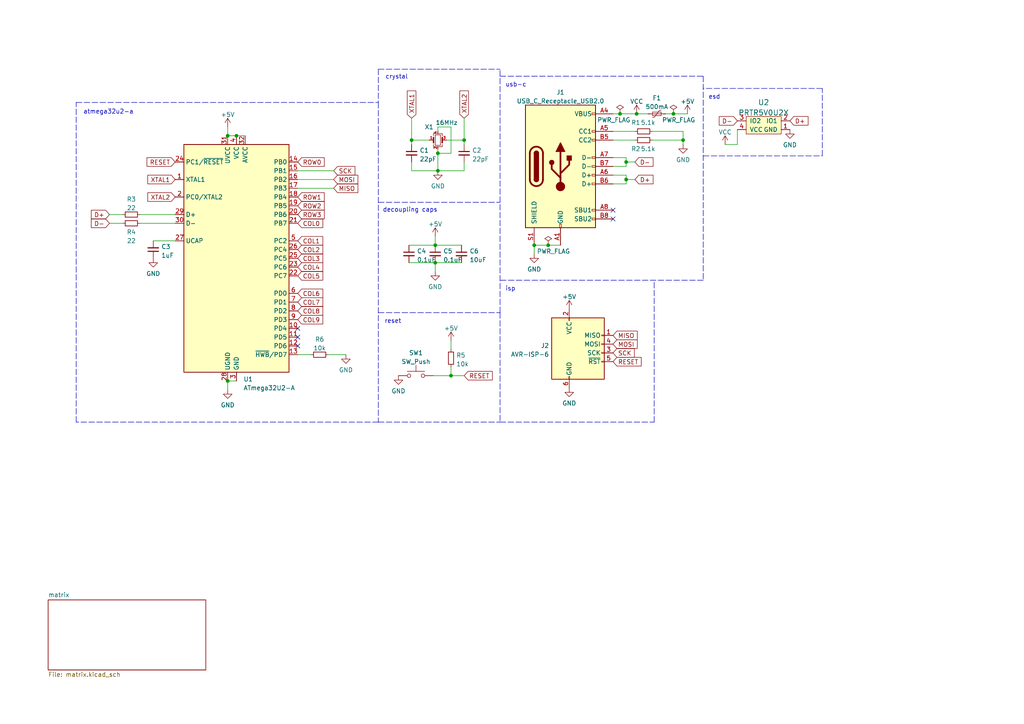
<source format=kicad_sch>
(kicad_sch (version 20211123) (generator eeschema)
  (paper "A4")
  (lib_symbols
    (symbol "Connector:AVR-ISP-6" (pin_names (offset 1.016))
      (property "Reference" "J" (at -6.35 11.43 0))
      (property "Value" "AVR-ISP-6" (at 0 11.43 0))
      (symbol "AVR-ISP-6_0_1"
        (rectangle (start -2.667 -6.858) (end -2.413 -7.62))
        (rectangle (start -2.667 10.16) (end -2.413 9.398))
        (rectangle (start 7.62 -2.413) (end 6.858 -2.667))
        (rectangle (start 7.62 0.127) (end 6.858 -0.127))
        (rectangle (start 7.62 2.667) (end 6.858 2.413))
        (rectangle (start 7.62 5.207) (end 6.858 4.953))
        (rectangle (start 7.62 10.16) (end -7.62 -7.62) (stroke (width 0.254)) (fill (type background)))
      )
      (symbol "AVR-ISP-6_1_1"
        (pin passive line (at 10.16 5.08 180) (length 2.54) (name "MISO") (number "1"))
        (pin passive line (at -2.54 12.7 270) (length 2.54) (name "VCC") (number "2"))
        (pin passive line (at 10.16 0 180) (length 2.54) (name "SCK") (number "3"))
        (pin passive line (at 10.16 2.54 180) (length 2.54) (name "MOSI") (number "4"))
        (pin passive line (at 10.16 -2.54 180) (length 2.54) (name "~{RST}") (number "5"))
        (pin passive line (at -2.54 -10.16 90) (length 2.54) (name "GND") (number "6"))
      )
    )
    (symbol "Connector:USB_C_Receptacle_USB2.0" (pin_names (offset 1.016))
      (property "Reference" "J" (at -10.16 19.05 0))
      (property "Value" "USB_C_Receptacle_USB2.0" (at 19.05 19.05 0))
      (symbol "USB_C_Receptacle_USB2.0_0_0"
        (rectangle (start -0.254 -17.78) (end 0.254 -16.764))
        (rectangle (start 10.16 -14.986) (end 9.144 -15.494))
        (rectangle (start 10.16 -12.446) (end 9.144 -12.954))
        (rectangle (start 10.16 -4.826) (end 9.144 -5.334))
        (rectangle (start 10.16 -2.286) (end 9.144 -2.794))
        (rectangle (start 10.16 0.254) (end 9.144 -0.254))
        (rectangle (start 10.16 2.794) (end 9.144 2.286))
        (rectangle (start 10.16 7.874) (end 9.144 7.366))
        (rectangle (start 10.16 10.414) (end 9.144 9.906))
        (rectangle (start 10.16 15.494) (end 9.144 14.986))
      )
      (symbol "USB_C_Receptacle_USB2.0_0_1"
        (rectangle (start -10.16 17.78) (end 10.16 -17.78) (stroke (width 0.254)) (fill (type background)))
        (arc (start -8.89 -3.81) (mid -6.985 -5.715) (end -5.08 -3.81) (stroke (width 0.508)))
        (arc (start -7.62 -3.81) (mid -6.985 -4.445) (end -6.35 -3.81) (stroke (width 0.254)))
        (arc (start -7.62 -3.81) (mid -6.985 -4.445) (end -6.35 -3.81) (stroke (width 0.254)) (fill (type outline)))
        (rectangle (start -7.62 -3.81) (end -6.35 3.81) (stroke (width 0.254)) (fill (type outline)))
        (arc (start -6.35 3.81) (mid -6.985 4.445) (end -7.62 3.81) (stroke (width 0.254)))
        (arc (start -6.35 3.81) (mid -6.985 4.445) (end -7.62 3.81) (stroke (width 0.254)) (fill (type outline)))
        (arc (start -5.08 3.81) (mid -6.985 5.715) (end -8.89 3.81) (stroke (width 0.508)))
        (circle (center -2.54 1.143) (radius 0.635) (stroke (width 0.254)) (fill (type outline)))
        (circle (center 0 -5.842) (radius 1.27) (fill (type outline)))
        (polyline (pts (xy -8.89 -3.81) (xy -8.89 3.81)) (stroke (width 0.508)))
        (polyline (pts (xy -5.08 3.81) (xy -5.08 -3.81)) (stroke (width 0.508)))
        (polyline (pts (xy 0 -5.842) (xy 0 4.318)) (stroke (width 0.508)))
        (polyline (pts (xy 0 -3.302) (xy -2.54 -0.762) (xy -2.54 0.508)) (stroke (width 0.508)))
        (polyline (pts (xy 0 -2.032) (xy 2.54 0.508) (xy 2.54 1.778)) (stroke (width 0.508)))
        (polyline (pts (xy -1.27 4.318) (xy 0 6.858) (xy 1.27 4.318) (xy -1.27 4.318)) (stroke (width 0.254)) (fill (type outline)))
        (rectangle (start 1.905 1.778) (end 3.175 3.048) (stroke (width 0.254)) (fill (type outline)))
      )
      (symbol "USB_C_Receptacle_USB2.0_1_1"
        (pin passive line (at 0 -22.86 90) (length 5.08) (name "GND") (number "A1"))
        (pin passive line (at 0 -22.86 90) (length 5.08) hide (name "GND") (number "A12"))
        (pin passive line (at 15.24 15.24 180) (length 5.08) (name "VBUS") (number "A4"))
        (pin bidirectional line (at 15.24 10.16 180) (length 5.08) (name "CC1") (number "A5"))
        (pin bidirectional line (at 15.24 -2.54 180) (length 5.08) (name "D+") (number "A6"))
        (pin bidirectional line (at 15.24 2.54 180) (length 5.08) (name "D-") (number "A7"))
        (pin bidirectional line (at 15.24 -12.7 180) (length 5.08) (name "SBU1") (number "A8"))
        (pin passive line (at 15.24 15.24 180) (length 5.08) hide (name "VBUS") (number "A9"))
        (pin passive line (at 0 -22.86 90) (length 5.08) hide (name "GND") (number "B1"))
        (pin passive line (at 0 -22.86 90) (length 5.08) hide (name "GND") (number "B12"))
        (pin passive line (at 15.24 15.24 180) (length 5.08) hide (name "VBUS") (number "B4"))
        (pin bidirectional line (at 15.24 7.62 180) (length 5.08) (name "CC2") (number "B5"))
        (pin bidirectional line (at 15.24 -5.08 180) (length 5.08) (name "D+") (number "B6"))
        (pin bidirectional line (at 15.24 0 180) (length 5.08) (name "D-") (number "B7"))
        (pin bidirectional line (at 15.24 -15.24 180) (length 5.08) (name "SBU2") (number "B8"))
        (pin passive line (at 15.24 15.24 180) (length 5.08) hide (name "VBUS") (number "B9"))
        (pin passive line (at -7.62 -22.86 90) (length 5.08) (name "SHIELD") (number "S1"))
      )
    )
    (symbol "Device:C_Small" (pin_numbers hide) (pin_names (offset 0.254) hide)
      (property "Reference" "C" (at 0.254 1.778 0))
      (property "Value" "C_Small" (at 0.254 -2.032 0))
      (symbol "C_Small_0_1"
        (polyline (pts (xy -1.524 -0.508) (xy 1.524 -0.508)) (stroke (width 0.3302)))
        (polyline (pts (xy -1.524 0.508) (xy 1.524 0.508)) (stroke (width 0.3048)))
      )
      (symbol "C_Small_1_1"
        (pin passive line (at 0 2.54 270) (length 2.032) (name "~") (number "1"))
        (pin passive line (at 0 -2.54 90) (length 2.032) (name "~") (number "2"))
      )
    )
    (symbol "Device:Crystal_GND24_Small" (pin_names (offset 1.016) hide)
      (property "Reference" "Y" (at 1.27 4.445 0))
      (property "Value" "Crystal_GND24_Small" (at 1.27 2.54 0))
      (symbol "Crystal_GND24_Small_0_1"
        (rectangle (start -0.762 -1.524) (end 0.762 1.524))
        (polyline (pts (xy -1.27 -0.762) (xy -1.27 0.762)) (stroke (width 0.381)))
        (polyline (pts (xy 1.27 -0.762) (xy 1.27 0.762)) (stroke (width 0.381)))
        (polyline (pts (xy -1.27 -1.27) (xy -1.27 -1.905) (xy 1.27 -1.905) (xy 1.27 -1.27)))
        (polyline (pts (xy -1.27 1.27) (xy -1.27 1.905) (xy 1.27 1.905) (xy 1.27 1.27)))
      )
      (symbol "Crystal_GND24_Small_1_1"
        (pin passive line (at -2.54 0 0) (length 1.27) (name "1") (number "1"))
        (pin passive line (at 0 -2.54 90) (length 0.635) (name "2") (number "2"))
        (pin passive line (at 2.54 0 180) (length 1.27) (name "3") (number "3"))
        (pin passive line (at 0 2.54 270) (length 0.635) (name "4") (number "4"))
      )
    )
    (symbol "Device:Polyfuse_Small" (pin_numbers hide) (pin_names (offset 0))
      (property "Reference" "F" (at -1.905 0 90))
      (property "Value" "Polyfuse_Small" (at 1.905 0 90))
      (symbol "Polyfuse_Small_0_1"
        (rectangle (start -0.508 1.27) (end 0.508 -1.27))
        (polyline (pts (xy 0 2.54) (xy 0 -2.54)))
        (polyline (pts (xy -1.016 1.27) (xy -1.016 0.762) (xy 1.016 -0.762) (xy 1.016 -1.27)))
      )
      (symbol "Polyfuse_Small_1_1"
        (pin passive line (at 0 2.54 270) (length 0.635) (name "~") (number "1"))
        (pin passive line (at 0 -2.54 90) (length 0.635) (name "~") (number "2"))
      )
    )
    (symbol "Device:R_Small" (pin_numbers hide) (pin_names (offset 0.254) hide)
      (property "Reference" "R" (at 0.762 0.508 0))
      (property "Value" "R_Small" (at 0.762 -1.016 0))
      (symbol "R_Small_0_1"
        (rectangle (start -0.762 1.778) (end 0.762 -1.778) (stroke (width 0.2032)))
      )
      (symbol "R_Small_1_1"
        (pin passive line (at 0 2.54 270) (length 0.762) (name "~") (number "1"))
        (pin passive line (at 0 -2.54 90) (length 0.762) (name "~") (number "2"))
      )
    )
    (symbol "MCU_Microchip_ATmega:ATmega32U2-A"
      (property "Reference" "U" (at -15.24 34.29 0))
      (property "Value" "ATmega32U2-A" (at 2.54 -34.29 0))
      (symbol "ATmega32U2-A_0_1"
        (rectangle (start -15.24 -33.02) (end 15.24 33.02) (stroke (width 0.254)) (fill (type background)))
      )
      (symbol "ATmega32U2-A_1_1"
        (pin input line (at -17.78 22.86 0) (length 2.54) (name "XTAL1") (number "1"))
        (pin bidirectional line (at 17.78 -20.32 180) (length 2.54) (name "PD4") (number "10"))
        (pin bidirectional line (at 17.78 -22.86 180) (length 2.54) (name "PD5") (number "11"))
        (pin bidirectional line (at 17.78 -25.4 180) (length 2.54) (name "PD6") (number "12"))
        (pin bidirectional line (at 17.78 -27.94 180) (length 2.54) (name "~{HWB}/PD7") (number "13"))
        (pin bidirectional line (at 17.78 27.94 180) (length 2.54) (name "PB0") (number "14"))
        (pin bidirectional line (at 17.78 25.4 180) (length 2.54) (name "PB1") (number "15"))
        (pin bidirectional line (at 17.78 22.86 180) (length 2.54) (name "PB2") (number "16"))
        (pin bidirectional line (at 17.78 20.32 180) (length 2.54) (name "PB3") (number "17"))
        (pin bidirectional line (at 17.78 17.78 180) (length 2.54) (name "PB4") (number "18"))
        (pin bidirectional line (at 17.78 15.24 180) (length 2.54) (name "PB5") (number "19"))
        (pin bidirectional line (at -17.78 17.78 0) (length 2.54) (name "PC0/XTAL2") (number "2"))
        (pin bidirectional line (at 17.78 12.7 180) (length 2.54) (name "PB6") (number "20"))
        (pin bidirectional line (at 17.78 10.16 180) (length 2.54) (name "PB7") (number "21"))
        (pin bidirectional line (at 17.78 -5.08 180) (length 2.54) (name "PC7") (number "22"))
        (pin bidirectional line (at 17.78 -2.54 180) (length 2.54) (name "PC6") (number "23"))
        (pin bidirectional line (at -17.78 27.94 0) (length 2.54) (name "PC1/~{RESET}") (number "24"))
        (pin bidirectional line (at 17.78 0 180) (length 2.54) (name "PC5") (number "25"))
        (pin bidirectional line (at 17.78 2.54 180) (length 2.54) (name "PC4") (number "26"))
        (pin passive line (at -17.78 5.08 0) (length 2.54) (name "UCAP") (number "27"))
        (pin power_in line (at -2.54 -35.56 90) (length 2.54) (name "UGND") (number "28"))
        (pin bidirectional line (at -17.78 12.7 0) (length 2.54) (name "D+") (number "29"))
        (pin power_in line (at 0 -35.56 90) (length 2.54) (name "GND") (number "3"))
        (pin bidirectional line (at -17.78 10.16 0) (length 2.54) (name "D-") (number "30"))
        (pin power_in line (at -2.54 35.56 270) (length 2.54) (name "UVCC") (number "31"))
        (pin power_in line (at 2.54 35.56 270) (length 2.54) (name "AVCC") (number "32"))
        (pin power_in line (at 0 35.56 270) (length 2.54) (name "VCC") (number "4"))
        (pin bidirectional line (at 17.78 5.08 180) (length 2.54) (name "PC2") (number "5"))
        (pin bidirectional line (at 17.78 -10.16 180) (length 2.54) (name "PD0") (number "6"))
        (pin bidirectional line (at 17.78 -12.7 180) (length 2.54) (name "PD1") (number "7"))
        (pin bidirectional line (at 17.78 -15.24 180) (length 2.54) (name "PD2") (number "8"))
        (pin bidirectional line (at 17.78 -17.78 180) (length 2.54) (name "PD3") (number "9"))
      )
    )
    (symbol "Switch:SW_Push" (pin_numbers hide) (pin_names (offset 1.016) hide)
      (property "Reference" "SW" (at 1.27 2.54 0))
      (property "Value" "SW_Push" (at 0 -1.524 0))
      (symbol "SW_Push_0_1"
        (circle (center -2.032 0) (radius 0.508))
        (polyline (pts (xy 0 1.27) (xy 0 3.048)))
        (polyline (pts (xy 2.54 1.27) (xy -2.54 1.27)))
        (circle (center 2.032 0) (radius 0.508))
        (pin passive line (at -5.08 0 0) (length 2.54) (name "1") (number "1"))
        (pin passive line (at 5.08 0 180) (length 2.54) (name "2") (number "2"))
      )
    )
    (symbol "power:+5V" (power) (pin_names (offset 0))
      (property "Value" "+5V" (at 0 3.556 0))
      (symbol "+5V_0_1"
        (polyline (pts (xy -0.762 1.27) (xy 0 2.54)))
        (polyline (pts (xy 0 0) (xy 0 2.54)))
        (polyline (pts (xy 0 2.54) (xy 0.762 1.27)))
      )
      (symbol "+5V_1_1"
        (pin power_in line (at 0 0 90) (length 0) hide (name "+5V") (number "1"))
      )
    )
    (symbol "power:GND" (power) (pin_names (offset 0))
      (property "Value" "GND" (at 0 -3.81 0))
      (symbol "GND_0_1"
        (polyline (pts (xy 0 0) (xy 0 -1.27) (xy 1.27 -1.27) (xy 0 -2.54) (xy -1.27 -1.27) (xy 0 -1.27)))
      )
      (symbol "GND_1_1"
        (pin power_in line (at 0 0 270) (length 0) hide (name "GND") (number "1"))
      )
    )
    (symbol "power:PWR_FLAG" (power) (pin_numbers hide) (pin_names (offset 0) hide)
      (property "Value" "PWR_FLAG" (at 0 3.81 0))
      (symbol "PWR_FLAG_0_0"
        (pin power_out line (at 0 0 90) (length 0) (name "pwr") (number "1"))
      )
      (symbol "PWR_FLAG_0_1"
        (polyline (pts (xy 0 0) (xy 0 1.27) (xy -1.016 1.905) (xy 0 2.54) (xy 1.016 1.905) (xy 0 1.27)))
      )
    )
    (symbol "power:VCC" (power) (pin_names (offset 0))
      (property "Value" "VCC" (at 0 3.81 0))
      (symbol "VCC_0_1"
        (polyline (pts (xy -0.762 1.27) (xy 0 2.54)))
        (polyline (pts (xy 0 0) (xy 0 2.54)))
        (polyline (pts (xy 0 2.54) (xy 0.762 1.27)))
      )
      (symbol "VCC_1_1"
        (pin power_in line (at 0 0 90) (length 0) hide (name "VCC") (number "1"))
      )
    )
    (symbol "random-keyboard-parts:PRTR5V0U2X" (pin_names (offset 1.016))
      (property "Reference" "U" (at 0 3.81 0))
      (property "Value" "PRTR5V0U2X" (at 0 -3.81 0))
      (symbol "PRTR5V0U2X_0_1"
        (rectangle (start -5.08 2.54) (end 5.08 -2.54) (fill (type background)))
      )
      (symbol "PRTR5V0U2X_1_1"
        (pin input line (at -7.62 1.27 0) (length 2.54) (name "GND") (number "1"))
        (pin input line (at -7.62 -1.27 0) (length 2.54) (name "IO1") (number "2"))
        (pin input line (at 7.62 -1.27 180) (length 2.54) (name "IO2") (number "3"))
        (pin input line (at 7.62 1.27 180) (length 2.54) (name "VCC") (number "4"))
      )
    )
  )
  (junction (at 66.04 39.37))
  (junction (at 127 49.53))
  (junction (at 154.94 71.12))
  (junction (at 127 44.45))
  (junction (at 66.04 110.49))
  (junction (at 126.238 76.2))
  (junction (at 181.61 46.99))
  (junction (at 184.658 33.02))
  (junction (at 195.326 33.02))
  (junction (at 68.58 39.37))
  (junction (at 130.81 108.966))
  (junction (at 134.62 40.64))
  (junction (at 119.38 40.64))
  (junction (at 126.238 71.12))
  (junction (at 198.12 40.64))
  (junction (at 159.004 71.12))
  (junction (at 181.61 52.07))
  (junction (at 179.832 33.02))
  (no_connect (at 86.36 95.25))
  (no_connect (at 177.8 60.96))
  (no_connect (at 177.8 63.5))
  (no_connect (at 86.36 100.33))
  (no_connect (at 86.36 97.79))
  (wire (pts (xy 96.774 49.53) (xy 86.36 49.53)))
  (wire (pts (xy 119.38 46.99) (xy 119.38 49.53)))
  (wire (pts (xy 126.238 76.2) (xy 126.238 78.74)))
  (wire (pts (xy 119.38 49.53) (xy 127 49.53)))
  (polyline (pts (xy 22.098 29.718) (xy 109.728 29.718)))
  (wire (pts (xy 130.81 36.83) (xy 130.81 44.45)))
  (polyline (pts (xy 238.506 25.654) (xy 203.962 25.654)))
  (polyline (pts (xy 238.506 45.212) (xy 238.506 25.654)))
  (polyline (pts (xy 145.034 122.428) (xy 189.738 122.428)))
  (polyline (pts (xy 109.728 20.066) (xy 109.728 29.718)))
  (polyline (pts (xy 109.728 122.428) (xy 145.034 122.428)))
  (wire (pts (xy 184.658 33.02) (xy 187.96 33.02)))
  (wire (pts (xy 213.868 41.91) (xy 210.312 41.91)))
  (wire (pts (xy 127 44.45) (xy 127 49.53)))
  (wire (pts (xy 134.62 40.64) (xy 134.62 41.91)))
  (wire (pts (xy 177.8 45.72) (xy 181.61 45.72)))
  (wire (pts (xy 126.238 68.58) (xy 126.238 71.12)))
  (polyline (pts (xy 203.962 22.098) (xy 203.962 81.28)))
  (wire (pts (xy 195.326 33.02) (xy 199.39 33.02)))
  (polyline (pts (xy 189.738 122.428) (xy 189.738 81.28)))
  (polyline (pts (xy 145.034 58.674) (xy 145.034 20.066)))
  (wire (pts (xy 154.94 71.12) (xy 159.004 71.12)))
  (wire (pts (xy 181.61 45.72) (xy 181.61 46.99)))
  (wire (pts (xy 129.54 40.64) (xy 134.62 40.64)))
  (wire (pts (xy 96.774 54.61) (xy 86.36 54.61)))
  (wire (pts (xy 130.81 44.45) (xy 127 44.45)))
  (wire (pts (xy 96.774 52.07) (xy 86.36 52.07)))
  (wire (pts (xy 134.62 108.966) (xy 130.81 108.966)))
  (wire (pts (xy 119.38 40.64) (xy 124.46 40.64)))
  (polyline (pts (xy 145.034 22.098) (xy 203.962 22.098)))
  (wire (pts (xy 119.38 34.29) (xy 119.38 40.64)))
  (wire (pts (xy 66.04 36.83) (xy 66.04 39.37)))
  (wire (pts (xy 181.61 52.07) (xy 184.15 52.07)))
  (wire (pts (xy 181.61 52.07) (xy 181.61 53.34)))
  (wire (pts (xy 40.64 64.77) (xy 50.8 64.77)))
  (wire (pts (xy 177.8 38.1) (xy 184.15 38.1)))
  (wire (pts (xy 127 49.53) (xy 134.62 49.53)))
  (polyline (pts (xy 109.728 20.066) (xy 145.034 20.066)))
  (wire (pts (xy 31.75 64.77) (xy 35.56 64.77)))
  (wire (pts (xy 127 43.18) (xy 127 44.45)))
  (wire (pts (xy 68.58 39.37) (xy 71.12 39.37)))
  (polyline (pts (xy 22.098 122.428) (xy 22.098 29.718)))
  (wire (pts (xy 134.62 49.53) (xy 134.62 46.99)))
  (wire (pts (xy 125.73 108.966) (xy 130.81 108.966)))
  (polyline (pts (xy 109.728 58.674) (xy 145.034 58.674)))
  (wire (pts (xy 177.8 53.34) (xy 181.61 53.34)))
  (wire (pts (xy 86.36 102.87) (xy 90.17 102.87)))
  (wire (pts (xy 66.04 110.49) (xy 68.58 110.49)))
  (wire (pts (xy 126.238 76.2) (xy 133.858 76.2)))
  (wire (pts (xy 181.61 46.99) (xy 181.61 48.26)))
  (polyline (pts (xy 145.034 90.678) (xy 145.034 122.428)))
  (polyline (pts (xy 145.034 90.678) (xy 145.034 58.674)))
  (wire (pts (xy 177.8 48.26) (xy 181.61 48.26)))
  (wire (pts (xy 198.12 40.64) (xy 198.12 41.91)))
  (wire (pts (xy 130.81 106.426) (xy 130.81 108.966)))
  (polyline (pts (xy 109.728 122.428) (xy 22.098 122.428)))
  (wire (pts (xy 66.04 110.49) (xy 66.04 113.03)))
  (wire (pts (xy 127 38.1) (xy 127 36.83)))
  (wire (pts (xy 159.004 71.12) (xy 162.56 71.12)))
  (wire (pts (xy 118.618 76.2) (xy 126.238 76.2)))
  (wire (pts (xy 31.75 62.23) (xy 35.56 62.23)))
  (wire (pts (xy 177.8 50.8) (xy 181.61 50.8)))
  (wire (pts (xy 189.23 38.1) (xy 198.12 38.1)))
  (wire (pts (xy 177.8 33.02) (xy 179.832 33.02)))
  (wire (pts (xy 181.61 46.99) (xy 184.15 46.99)))
  (wire (pts (xy 189.23 40.64) (xy 198.12 40.64)))
  (wire (pts (xy 198.12 38.1) (xy 198.12 40.64)))
  (wire (pts (xy 44.45 69.85) (xy 50.8 69.85)))
  (wire (pts (xy 213.868 37.592) (xy 213.868 41.91)))
  (wire (pts (xy 134.62 40.64) (xy 134.62 34.29)))
  (wire (pts (xy 66.04 39.37) (xy 68.58 39.37)))
  (polyline (pts (xy 109.728 90.678) (xy 145.034 90.678)))
  (polyline (pts (xy 203.962 45.212) (xy 238.506 45.212)))
  (wire (pts (xy 40.64 62.23) (xy 50.8 62.23)))
  (wire (pts (xy 193.04 33.02) (xy 195.326 33.02)))
  (wire (pts (xy 118.618 71.12) (xy 126.238 71.12)))
  (wire (pts (xy 126.238 71.12) (xy 133.858 71.12)))
  (polyline (pts (xy 203.962 81.28) (xy 145.034 81.28)))
  (wire (pts (xy 95.25 102.87) (xy 100.33 102.87)))
  (wire (pts (xy 179.832 33.02) (xy 184.658 33.02)))
  (wire (pts (xy 177.8 40.64) (xy 184.15 40.64)))
  (polyline (pts (xy 109.728 29.718) (xy 109.728 122.428)))
  (wire (pts (xy 119.38 40.64) (xy 119.38 41.91)))
  (wire (pts (xy 154.94 71.12) (xy 154.94 73.66)))
  (wire (pts (xy 181.61 50.8) (xy 181.61 52.07)))
  (wire (pts (xy 127 36.83) (xy 130.81 36.83)))
  (wire (pts (xy 130.81 98.806) (xy 130.81 101.346)))
  (text "crystal" (at 111.76 23.114 0) (effects (font (size 1.27 1.27)) (justify left bottom)))
  (text "usb-c" (at 146.558 25.4 0) (effects (font (size 1.27 1.27)) (justify left bottom)))
  (text "decoupling caps" (at 110.998 61.722 0) (effects (font (size 1.27 1.27)) (justify left bottom)))
  (text "atmega32u2-a" (at 24.13 33.274 0) (effects (font (size 1.27 1.27)) (justify left bottom)))
  (text "isp" (at 146.558 84.582 0) (effects (font (size 1.27 1.27)) (justify left bottom)))
  (text "esd" (at 205.486 28.956 0) (effects (font (size 1.27 1.27)) (justify left bottom)))
  (text "reset" (at 111.506 93.98 0) (effects (font (size 1.27 1.27)) (justify left bottom)))
  (global_label "RESET" (shape input) (at 177.8 104.902 0) (property "Intersheet References" "${INTERSHEET_REFS}" (effects hide)))
  (global_label "COL7" (shape input) (at 86.36 87.63 0) (property "Intersheet References" "${INTERSHEET_REFS}" (effects hide)))
  (global_label "COL4" (shape input) (at 86.36 77.47 0) (property "Intersheet References" "${INTERSHEET_REFS}" (effects hide)))
  (global_label "COL5" (shape input) (at 86.36 80.01 0) (property "Intersheet References" "${INTERSHEET_REFS}" (effects hide)))
  (global_label "ROW3" (shape input) (at 86.36 62.23 0) (property "Intersheet References" "${INTERSHEET_REFS}" (effects hide)))
  (global_label "XTAL2" (shape input) (at 50.8 57.15 180) (property "Intersheet References" "${INTERSHEET_REFS}" (effects hide)))
  (global_label "COL3" (shape input) (at 86.36 74.93 0) (property "Intersheet References" "${INTERSHEET_REFS}" (effects hide)))
  (global_label "XTAL2" (shape input) (at 134.62 34.29 90) (property "Intersheet References" "${INTERSHEET_REFS}" (effects hide)))
  (global_label "MISO" (shape input) (at 177.8 97.282 0) (property "Intersheet References" "${INTERSHEET_REFS}" (effects hide)))
  (global_label "COL6" (shape input) (at 86.36 85.09 0) (property "Intersheet References" "${INTERSHEET_REFS}" (effects hide)))
  (global_label "SCK" (shape input) (at 96.774 49.53 0) (property "Intersheet References" "${INTERSHEET_REFS}" (effects hide)))
  (global_label "D-" (shape input) (at 31.75 64.77 180) (property "Intersheet References" "${INTERSHEET_REFS}" (effects hide)))
  (global_label "MOSI" (shape input) (at 96.774 52.07 0) (property "Intersheet References" "${INTERSHEET_REFS}" (effects hide)))
  (global_label "MOSI" (shape input) (at 177.8 99.822 0) (property "Intersheet References" "${INTERSHEET_REFS}" (effects hide)))
  (global_label "D+" (shape input) (at 31.75 62.23 180) (property "Intersheet References" "${INTERSHEET_REFS}" (effects hide)))
  (global_label "RESET" (shape input) (at 134.62 108.966 0) (property "Intersheet References" "${INTERSHEET_REFS}" (effects hide)))
  (global_label "ROW2" (shape input) (at 86.36 59.69 0) (property "Intersheet References" "${INTERSHEET_REFS}" (effects hide)))
  (global_label "COL2" (shape input) (at 86.36 72.39 0) (property "Intersheet References" "${INTERSHEET_REFS}" (effects hide)))
  (global_label "COL8" (shape input) (at 86.36 90.17 0) (property "Intersheet References" "${INTERSHEET_REFS}" (effects hide)))
  (global_label "XTAL1" (shape input) (at 50.8 52.07 180) (property "Intersheet References" "${INTERSHEET_REFS}" (effects hide)))
  (global_label "SCK" (shape input) (at 177.8 102.362 0) (property "Intersheet References" "${INTERSHEET_REFS}" (effects hide)))
  (global_label "MISO" (shape input) (at 96.774 54.61 0) (property "Intersheet References" "${INTERSHEET_REFS}" (effects hide)))
  (global_label "ROW1" (shape input) (at 86.36 57.15 0) (property "Intersheet References" "${INTERSHEET_REFS}" (effects hide)))
  (global_label "D+" (shape input) (at 184.15 52.07 0) (property "Intersheet References" "${INTERSHEET_REFS}" (effects hide)))
  (global_label "RESET" (shape input) (at 50.8 46.99 180) (property "Intersheet References" "${INTERSHEET_REFS}" (effects hide)))
  (global_label "D-" (shape input) (at 213.868 35.052 180) (property "Intersheet References" "${INTERSHEET_REFS}" (effects hide)))
  (global_label "COL0" (shape input) (at 86.36 64.77 0) (property "Intersheet References" "${INTERSHEET_REFS}" (effects hide)))
  (global_label "XTAL1" (shape input) (at 119.38 34.29 90) (property "Intersheet References" "${INTERSHEET_REFS}" (effects hide)))
  (global_label "COL1" (shape input) (at 86.36 69.85 0) (property "Intersheet References" "${INTERSHEET_REFS}" (effects hide)))
  (global_label "D+" (shape input) (at 229.108 35.052 0) (property "Intersheet References" "${INTERSHEET_REFS}" (effects hide)))
  (global_label "D-" (shape input) (at 184.15 46.99 0) (property "Intersheet References" "${INTERSHEET_REFS}" (effects hide)))
  (global_label "COL9" (shape input) (at 86.36 92.71 0) (property "Intersheet References" "${INTERSHEET_REFS}" (effects hide)))
  (global_label "ROW0" (shape input) (at 86.36 46.99 0) (property "Intersheet References" "${INTERSHEET_REFS}" (effects hide)))
  (symbol (lib_id "power:GND") (at 198.12 41.91 0) (unit 1)
    (property "Reference" "#PWR0113" (effects hide))
    (property "Value" "GND" (at 198.12 46.3534 0))
  )
  (symbol (lib_id "Device:R_Small") (at 92.71 102.87 90) (unit 1)
    (property "Reference" "R6" (at 92.71 98.4336 90))
    (property "Value" "10k" (at 92.71 100.9705 90))
    (property "Footprint" "Resistor_SMD:R_0805_2012Metric_Pad1.20x1.40mm_HandSolder" (effects hide))
  )
  (symbol (lib_id "Device:C_Small") (at 134.62 44.45 0) (unit 1)
    (property "Reference" "C2" (at 136.9441 43.6216 0) (effects (justify left)))
    (property "Value" "22pF" (at 136.9441 46.1585 0) (effects (justify left)))
    (property "Footprint" "Capacitor_SMD:C_0805_2012Metric_Pad1.18x1.45mm_HandSolder" (effects hide))
  )
  (symbol (lib_id "Device:C_Small") (at 126.238 73.66 0) (unit 1)
    (property "Reference" "C5" (at 128.5621 72.8316 0) (effects (justify left)))
    (property "Value" "0.1uF" (at 128.5621 75.3685 0) (effects (justify left)))
    (property "Footprint" "Capacitor_SMD:C_0805_2012Metric_Pad1.18x1.45mm_HandSolder" (effects hide))
  )
  (symbol (lib_id "power:GND") (at 165.1 112.522 0) (unit 1)
    (property "Reference" "#PWR0117" (effects hide))
    (property "Value" "GND" (at 165.1 116.9654 0))
  )
  (symbol (lib_id "power:+5V") (at 165.1 89.662 0) (unit 1)
    (property "Reference" "#PWR0116" (effects hide))
    (property "Value" "+5V" (at 165.1 86.0862 0))
  )
  (symbol (lib_id "power:GND") (at 66.04 113.03 0) (unit 1)
    (property "Reference" "#PWR0101" (effects hide))
    (property "Value" "GND" (at 66.04 117.4734 0))
  )
  (symbol (lib_id "power:GND") (at 229.108 37.592 0) (unit 1)
    (property "Reference" "#PWR0114" (effects hide))
    (property "Value" "GND" (at 229.108 42.0354 0))
  )
  (symbol (lib_id "power:GND") (at 115.57 108.966 0) (unit 1)
    (property "Reference" "#PWR0109" (effects hide))
    (property "Value" "GND" (at 115.57 113.4094 0))
  )
  (symbol (lib_id "power:GND") (at 44.45 74.93 0) (unit 1)
    (property "Reference" "#PWR0103" (effects hide))
    (property "Value" "GND" (at 44.45 79.3734 0))
  )
  (symbol (lib_id "power:GND") (at 154.94 73.66 0) (unit 1)
    (property "Reference" "#PWR0110" (effects hide))
    (property "Value" "GND" (at 154.94 78.1034 0))
  )
  (symbol (lib_id "power:PWR_FLAG") (at 179.832 33.02 0) (unit 1)
    (property "Reference" "#FLG0102" (effects hide))
    (property "Value" "PWR_FLAG" (at 178.054 34.798 0))
  )
  (symbol (lib_id "Device:R_Small") (at 38.1 64.77 90) (unit 1)
    (property "Reference" "R4" (at 38.1 67.31 90))
    (property "Value" "22" (at 38.1 69.85 90))
    (property "Footprint" "Resistor_SMD:R_0805_2012Metric_Pad1.20x1.40mm_HandSolder" (effects hide))
  )
  (symbol (lib_id "Device:R_Small") (at 38.1 62.23 90) (unit 1)
    (property "Reference" "R3" (at 38.1 57.7936 90))
    (property "Value" "22" (at 38.1 60.3305 90))
    (property "Footprint" "Resistor_SMD:R_0805_2012Metric_Pad1.20x1.40mm_HandSolder" (effects hide))
  )
  (symbol (lib_id "Device:Crystal_GND24_Small") (at 127 40.64 0) (unit 1)
    (property "Reference" "X1" (at 124.46 36.83 0))
    (property "Value" "16MHz" (at 129.54 35.56 0))
    (property "Footprint" "Crystal:Crystal_SMD_3225-4Pin_3.2x2.5mm_HandSoldering" (effects hide))
  )
  (symbol (lib_id "Device:R_Small") (at 130.81 103.886 0) (unit 1)
    (property "Reference" "R5" (at 132.3086 103.0513 0) (effects (justify left)))
    (property "Value" "10k" (at 132.3086 105.5882 0) (effects (justify left)))
    (property "Footprint" "Resistor_SMD:R_0805_2012Metric_Pad1.20x1.40mm_HandSolder" (effects hide))
  )
  (symbol (lib_id "Device:Polyfuse_Small") (at 190.5 33.02 270) (unit 1)
    (property "Reference" "F1" (at 190.5 28.4312 90))
    (property "Value" "500mA" (at 190.5 30.9681 90))
    (property "Footprint" "Fuse:Fuse_1206_3216Metric_Pad1.42x1.75mm_HandSolder" (effects hide))
  )
  (symbol (lib_id "power:+5V") (at 66.04 36.83 0) (unit 1)
    (property "Reference" "#PWR0102" (effects hide))
    (property "Value" "+5V" (at 66.04 33.2542 0))
  )
  (symbol (lib_id "power:PWR_FLAG") (at 159.004 71.12 0) (unit 1)
    (property "Reference" "#FLG0101" (effects hide))
    (property "Value" "PWR_FLAG" (at 160.528 72.898 0))
  )
  (symbol (lib_id "Switch:SW_Push") (at 120.65 108.966 0) (unit 1)
    (property "Reference" "SW1" (at 120.65 102.3452 0))
    (property "Value" "SW_Push" (at 120.65 104.8821 0))
    (property "Footprint" "Button_Switch_SMD:SW_SPST_SKQG_WithStem" (effects hide))
  )
  (symbol (lib_id "Device:C_Small") (at 133.858 73.66 0) (unit 1)
    (property "Reference" "C6" (at 136.1821 72.8316 0) (effects (justify left)))
    (property "Value" "10uF" (at 136.1821 75.3685 0) (effects (justify left)))
    (property "Footprint" "Capacitor_SMD:C_0805_2012Metric_Pad1.18x1.45mm_HandSolder" (effects hide))
  )
  (symbol (lib_id "Device:C_Small") (at 44.45 72.39 180) (unit 1)
    (property "Reference" "C3" (at 46.7741 71.5489 0) (effects (justify right)))
    (property "Value" "1uF" (at 46.7741 74.0858 0) (effects (justify right)))
    (property "Footprint" "Capacitor_SMD:C_0805_2012Metric_Pad1.18x1.45mm_HandSolder" (effects hide))
  )
  (symbol (lib_id "Device:R_Small") (at 186.69 38.1 90) (unit 1)
    (property "Reference" "R1" (at 184.404 35.56 90))
    (property "Value" "5.1k" (at 187.96 35.56 90))
    (property "Footprint" "Resistor_SMD:R_0805_2012Metric_Pad1.20x1.40mm_HandSolder" (effects hide))
  )
  (symbol (lib_id "random-keyboard-parts:PRTR5V0U2X") (at 221.488 36.322 180) (unit 1)
    (property "Reference" "U2" (at 221.488 29.6979 0) (effects (font (size 1.524 1.524))))
    (property "Value" "PRTR5V0U2X" (at 221.488 32.6913 0) (effects (font (size 1.524 1.524))))
    (property "Footprint" "random-keyboard-parts:SOT143B" (effects hide))
  )
  (symbol (lib_id "power:+5V") (at 130.81 98.806 0) (unit 1)
    (property "Reference" "#PWR0107" (effects hide))
    (property "Value" "+5V" (at 130.81 95.2302 0))
  )
  (symbol (lib_id "Connector:AVR-ISP-6") (at 167.64 102.362 0) (unit 1)
    (property "Reference" "J2" (at 159.2581 100.2573 0) (effects (justify right)))
    (property "Value" "AVR-ISP-6" (at 159.2581 102.7942 0) (effects (justify right)))
    (property "Footprint" "random-keyboard-parts:Reset_Pretty-Mask" (effects hide))
    (property "Datasheet" " ~" (effects hide))
  )
  (symbol (lib_id "MCU_Microchip_ATmega:ATmega32U2-A") (at 68.58 74.93 0) (unit 1)
    (property "Reference" "U1" (at 70.5994 109.9804 0) (effects (justify left)))
    (property "Value" "ATmega32U2-A" (at 70.5994 112.5173 0) (effects (justify left)))
    (property "Footprint" "Package_QFP:TQFP-32_7x7mm_P0.8mm" (effects hide))
    (property "Datasheet" "http://ww1.microchip.com/downloads/en/DeviceDoc/doc7799.pdf" (effects hide))
  )
  (symbol (lib_id "power:+5V") (at 199.39 33.02 0) (unit 1)
    (property "Reference" "#PWR0112" (effects hide))
    (property "Value" "+5V" (at 199.39 29.4442 0))
  )
  (symbol (lib_id "Device:C_Small") (at 119.38 44.45 0) (mirror y) (unit 1)
    (property "Reference" "C1" (at 121.7041 43.6216 0) (effects (justify right)))
    (property "Value" "22pF" (at 121.7041 46.1585 0) (effects (justify right)))
    (property "Footprint" "Capacitor_SMD:C_0805_2012Metric_Pad1.18x1.45mm_HandSolder" (effects hide))
  )
  (symbol (lib_id "Connector:USB_C_Receptacle_USB2.0") (at 162.56 48.26 0) (unit 1)
    (property "Reference" "J1" (at 162.56 26.7802 0))
    (property "Value" "USB_C_Receptacle_USB2.0" (at 162.56 29.3171 0))
    (property "Footprint" "Connector_USB:USB_C_Receptacle_HRO_TYPE-C-31-M-12" (effects hide))
    (property "Datasheet" "https://www.usb.org/sites/default/files/documents/usb_type-c.zip" (effects hide))
  )
  (symbol (lib_id "Device:C_Small") (at 118.618 73.66 0) (unit 1)
    (property "Reference" "C4" (at 120.9421 72.8316 0) (effects (justify left)))
    (property "Value" "0.1uF" (at 120.9421 75.3685 0) (effects (justify left)))
    (property "Footprint" "Capacitor_SMD:C_0805_2012Metric_Pad1.18x1.45mm_HandSolder" (effects hide))
  )
  (symbol (lib_id "power:GND") (at 126.238 78.74 0) (unit 1)
    (property "Reference" "#PWR0108" (effects hide))
    (property "Value" "GND" (at 126.238 83.1834 0))
  )
  (symbol (lib_id "power:GND") (at 127 49.53 0) (unit 1)
    (property "Reference" "#PWR0106" (effects hide))
    (property "Value" "GND" (at 127 53.9734 0))
  )
  (symbol (lib_id "power:VCC") (at 210.312 41.91 0) (unit 1)
    (property "Reference" "#PWR0115" (effects hide))
    (property "Value" "VCC" (at 210.312 38.3342 0))
  )
  (symbol (lib_id "power:PWR_FLAG") (at 195.326 33.02 0) (unit 1)
    (property "Reference" "#FLG0103" (effects hide))
    (property "Value" "PWR_FLAG" (at 196.85 34.798 0))
  )
  (symbol (lib_id "power:VCC") (at 184.658 33.02 0) (unit 1)
    (property "Reference" "#PWR0111" (effects hide))
    (property "Value" "VCC" (at 184.658 29.4442 0))
  )
  (symbol (lib_id "power:+5V") (at 126.238 68.58 0) (unit 1)
    (property "Reference" "#PWR0105" (effects hide))
    (property "Value" "+5V" (at 126.238 65.0042 0))
  )
  (symbol (lib_id "Device:R_Small") (at 186.69 40.64 90) (unit 1)
    (property "Reference" "R2" (at 184.404 43.18 90))
    (property "Value" "5.1k" (at 187.96 43.18 90))
    (property "Footprint" "Resistor_SMD:R_0805_2012Metric_Pad1.20x1.40mm_HandSolder" (effects hide))
  )
  (symbol (lib_id "power:GND") (at 100.33 102.87 0) (unit 1)
    (property "Reference" "#PWR0104" (effects hide))
    (property "Value" "GND" (at 100.33 107.3134 0))
  )
  (sheet (at 13.97 173.99) (size 45.72 20.32) (stroke (width 0.1524))
    (property "Sheet name" "matrix" (at 13.97 173.2784 0) (effects (justify left bottom)))
    (property "Sheet file" "matrix.kicad_sch" (at 13.97 194.8946 0) (effects (justify left top)))
  )
)
</source>
